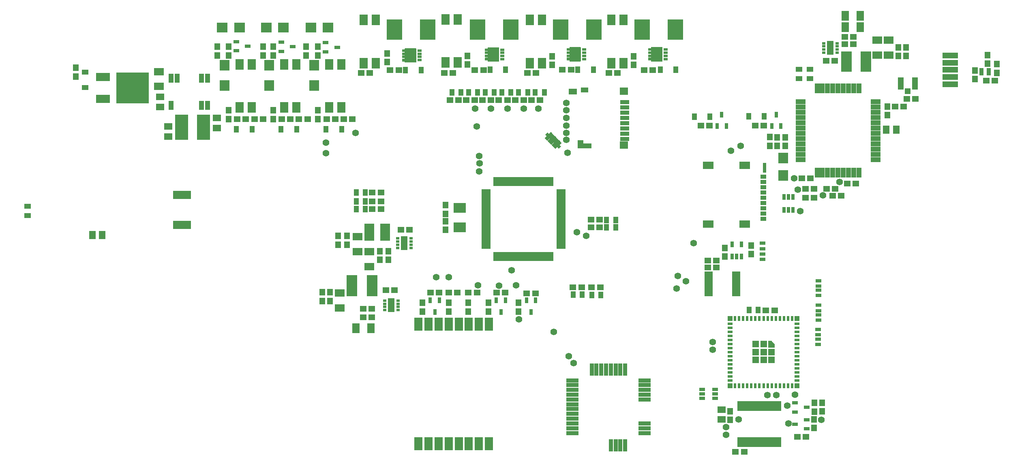
<source format=gtp>
G04*
G04 #@! TF.GenerationSoftware,Altium Limited,Altium Designer,23.0.1 (38)*
G04*
G04 Layer_Color=8421504*
%FSLAX44Y44*%
%MOMM*%
G71*
G04*
G04 #@! TF.SameCoordinates,7681B053-B415-4EDE-A76C-09C314C6D952*
G04*
G04*
G04 #@! TF.FilePolarity,Positive*
G04*
G01*
G75*
%ADD25R,1.8540X0.5540*%
%ADD26R,0.5540X1.8540*%
%ADD27R,0.6540X2.0040*%
%ADD28R,1.3540X1.3040*%
%ADD29R,2.5040X0.9040*%
%ADD30R,0.9040X2.5040*%
%ADD31R,1.0040X2.0040*%
%ADD32R,2.0040X1.0040*%
%ADD33C,1.4040*%
%ADD34R,1.7540X1.2040*%
%ADD35R,1.2040X1.7540*%
%ADD36R,1.7040X1.0040*%
%ADD37R,1.7040X1.5040*%
%ADD38R,1.9540X0.9040*%
%ADD39R,1.6040X1.0040*%
%ADD40R,1.8040X2.2040*%
%ADD41R,2.2040X1.5540*%
%ADD42R,0.7040X2.0940*%
%ADD43R,1.1540X0.8740*%
%ADD44R,3.2040X1.2040*%
%ADD45R,3.2040X4.2040*%
%ADD46R,1.1140X1.4240*%
%ADD47R,0.8040X1.2040*%
G04:AMPARAMS|DCode=48|XSize=0.404mm|YSize=0.654mm|CornerRadius=0mm|HoleSize=0mm|Usage=FLASHONLY|Rotation=315.000|XOffset=0mm|YOffset=0mm|HoleType=Round|Shape=Rectangle|*
%AMROTATEDRECTD48*
4,1,4,-0.3741,-0.0884,0.0884,0.3741,0.3741,0.0884,-0.0884,-0.3741,-0.3741,-0.0884,0.0*
%
%ADD48ROTATEDRECTD48*%

G04:AMPARAMS|DCode=49|XSize=3.004mm|YSize=0.504mm|CornerRadius=0mm|HoleSize=0mm|Usage=FLASHONLY|Rotation=315.000|XOffset=0mm|YOffset=0mm|HoleType=Round|Shape=Rectangle|*
%AMROTATEDRECTD49*
4,1,4,-1.2403,0.8839,-0.8839,1.2403,1.2403,-0.8839,0.8839,-1.2403,-1.2403,0.8839,0.0*
%
%ADD49ROTATEDRECTD49*%

G04:AMPARAMS|DCode=50|XSize=0.504mm|YSize=0.654mm|CornerRadius=0mm|HoleSize=0mm|Usage=FLASHONLY|Rotation=315.000|XOffset=0mm|YOffset=0mm|HoleType=Round|Shape=Rectangle|*
%AMROTATEDRECTD50*
4,1,4,-0.4094,-0.0530,0.0530,0.4094,0.4094,0.0530,-0.0530,-0.4094,-0.4094,-0.0530,0.0*
%
%ADD50ROTATEDRECTD50*%

%ADD51R,1.0040X1.4040*%
%ADD52R,1.3040X1.3540*%
%ADD53R,2.6040X2.1040*%
%ADD54R,2.0040X1.5540*%
%ADD55R,2.0040X3.6040*%
%ADD56R,1.4540X2.9040*%
%ADD57R,0.7040X0.6040*%
%ADD58R,2.2040X4.4040*%
%ADD59R,1.5540X2.0040*%
%ADD60R,1.7040X2.7040*%
%ADD61R,1.2040X0.8040*%
%ADD62R,1.7540X1.4040*%
%ADD63R,1.2040X0.7840*%
%ADD64R,1.0040X0.6040*%
%ADD65R,0.6040X1.0040*%
%ADD66R,1.0040X1.0040*%
%ADD67R,1.0040X1.0040*%
%ADD68R,1.4040X1.4040*%
%ADD69R,1.4040X1.4040*%
%ADD70R,1.7040X0.6540*%
%ADD71R,0.8040X1.3040*%
%ADD72R,1.4040X1.7540*%
%ADD73R,0.8740X0.5040*%
%ADD74R,1.2040X1.2540*%
%ADD75R,1.2540X2.6040*%
%ADD76R,1.4040X1.0040*%
%ADD77R,2.2040X4.2040*%
%ADD78R,2.0040X2.3040*%
%ADD79R,0.9040X0.6040*%
%ADD80R,2.7040X5.3040*%
%ADD81R,3.7040X1.6540*%
%ADD82R,1.0040X1.9040*%
%ADD83R,1.4240X1.1140*%
%ADD84R,3.0040X1.7040*%
%ADD85R,6.8040X6.5040*%
%ADD86R,2.3040X2.0040*%
G36*
X855133Y870013D02*
X855265Y869987D01*
X855391Y869944D01*
X855511Y869885D01*
X855622Y869811D01*
X855723Y869723D01*
X855811Y869622D01*
X855885Y869511D01*
X855944Y869391D01*
X855987Y869265D01*
X856013Y869133D01*
X856022Y869000D01*
Y841000D01*
X856013Y840867D01*
X855987Y840735D01*
X855944Y840609D01*
X855885Y840489D01*
X855811Y840378D01*
X855723Y840277D01*
X855622Y840189D01*
X855511Y840115D01*
X855391Y840056D01*
X855265Y840013D01*
X855133Y839987D01*
X855000Y839978D01*
X833000D01*
X832867Y839987D01*
X832735Y840013D01*
X832609Y840056D01*
X832489Y840115D01*
X832378Y840189D01*
X832277Y840277D01*
X832189Y840378D01*
X832115Y840489D01*
X832056Y840609D01*
X832013Y840735D01*
X831987Y840867D01*
X831978Y841000D01*
Y842228D01*
X827500D01*
X827367Y842237D01*
X827235Y842263D01*
X827109Y842306D01*
X826989Y842365D01*
X826878Y842439D01*
X826777Y842527D01*
X826689Y842628D01*
X826615Y842739D01*
X826556Y842859D01*
X826513Y842985D01*
X826487Y843117D01*
X826478Y843250D01*
Y847250D01*
X826487Y847383D01*
X826513Y847515D01*
X826556Y847641D01*
X826615Y847761D01*
X826689Y847872D01*
X826777Y847973D01*
X826878Y848061D01*
X826989Y848135D01*
X827109Y848194D01*
X827235Y848237D01*
X827367Y848263D01*
X827500Y848272D01*
X831978D01*
Y869000D01*
X831987Y869133D01*
X832013Y869265D01*
X832056Y869391D01*
X832115Y869511D01*
X832189Y869622D01*
X832277Y869723D01*
X832378Y869811D01*
X832489Y869885D01*
X832609Y869944D01*
X832735Y869987D01*
X832867Y870013D01*
X833000Y870022D01*
X855000D01*
X855133Y870013D01*
D02*
G37*
G36*
X1028133Y872013D02*
X1028265Y871987D01*
X1028391Y871944D01*
X1028511Y871885D01*
X1028622Y871811D01*
X1028723Y871723D01*
X1028811Y871622D01*
X1028885Y871511D01*
X1028944Y871391D01*
X1028987Y871265D01*
X1029013Y871133D01*
X1029022Y871000D01*
Y843000D01*
X1029013Y842867D01*
X1028987Y842735D01*
X1028944Y842609D01*
X1028885Y842489D01*
X1028811Y842378D01*
X1028723Y842277D01*
X1028622Y842189D01*
X1028511Y842115D01*
X1028391Y842056D01*
X1028265Y842013D01*
X1028133Y841987D01*
X1028000Y841978D01*
X1006000D01*
X1005867Y841987D01*
X1005735Y842013D01*
X1005609Y842056D01*
X1005489Y842115D01*
X1005378Y842189D01*
X1005277Y842277D01*
X1005189Y842378D01*
X1005115Y842489D01*
X1005056Y842609D01*
X1005013Y842735D01*
X1004987Y842867D01*
X1004978Y843000D01*
Y844228D01*
X1000500D01*
X1000367Y844237D01*
X1000235Y844263D01*
X1000109Y844306D01*
X999989Y844365D01*
X999878Y844439D01*
X999777Y844527D01*
X999689Y844628D01*
X999615Y844739D01*
X999556Y844859D01*
X999513Y844985D01*
X999487Y845117D01*
X999478Y845250D01*
Y849250D01*
X999487Y849383D01*
X999513Y849515D01*
X999556Y849641D01*
X999615Y849761D01*
X999689Y849872D01*
X999777Y849973D01*
X999878Y850061D01*
X999989Y850135D01*
X1000109Y850194D01*
X1000235Y850237D01*
X1000367Y850263D01*
X1000500Y850272D01*
X1004978D01*
Y871000D01*
X1004987Y871133D01*
X1005013Y871265D01*
X1005056Y871391D01*
X1005115Y871511D01*
X1005189Y871622D01*
X1005277Y871723D01*
X1005378Y871811D01*
X1005489Y871885D01*
X1005609Y871944D01*
X1005735Y871987D01*
X1005867Y872013D01*
X1006000Y872022D01*
X1028000D01*
X1028133Y872013D01*
D02*
G37*
G36*
X1369383Y872263D02*
X1369515Y872237D01*
X1369641Y872194D01*
X1369761Y872135D01*
X1369872Y872061D01*
X1369973Y871973D01*
X1370061Y871872D01*
X1370135Y871761D01*
X1370194Y871641D01*
X1370237Y871515D01*
X1370264Y871383D01*
X1370272Y871250D01*
Y843250D01*
X1370264Y843117D01*
X1370237Y842985D01*
X1370194Y842859D01*
X1370135Y842739D01*
X1370061Y842628D01*
X1369973Y842527D01*
X1369872Y842439D01*
X1369761Y842365D01*
X1369641Y842306D01*
X1369515Y842263D01*
X1369383Y842237D01*
X1369250Y842228D01*
X1347250D01*
X1347117Y842237D01*
X1346985Y842263D01*
X1346859Y842306D01*
X1346739Y842365D01*
X1346628Y842439D01*
X1346527Y842527D01*
X1346439Y842628D01*
X1346365Y842739D01*
X1346306Y842859D01*
X1346263Y842985D01*
X1346237Y843117D01*
X1346228Y843250D01*
Y844478D01*
X1341750D01*
X1341617Y844487D01*
X1341485Y844513D01*
X1341359Y844556D01*
X1341239Y844615D01*
X1341128Y844689D01*
X1341027Y844777D01*
X1340939Y844878D01*
X1340865Y844989D01*
X1340806Y845109D01*
X1340763Y845235D01*
X1340737Y845367D01*
X1340728Y845500D01*
Y849500D01*
X1340737Y849633D01*
X1340763Y849765D01*
X1340806Y849891D01*
X1340865Y850011D01*
X1340939Y850122D01*
X1341027Y850223D01*
X1341128Y850311D01*
X1341239Y850385D01*
X1341359Y850444D01*
X1341485Y850487D01*
X1341617Y850513D01*
X1341750Y850522D01*
X1346228D01*
Y871250D01*
X1346237Y871383D01*
X1346263Y871515D01*
X1346306Y871641D01*
X1346365Y871761D01*
X1346439Y871872D01*
X1346527Y871973D01*
X1346628Y872061D01*
X1346739Y872135D01*
X1346859Y872194D01*
X1346985Y872237D01*
X1347117Y872263D01*
X1347250Y872272D01*
X1369250D01*
X1369383Y872263D01*
D02*
G37*
G36*
X1199133Y872263D02*
X1199265Y872237D01*
X1199391Y872194D01*
X1199511Y872135D01*
X1199622Y872061D01*
X1199723Y871973D01*
X1199811Y871872D01*
X1199885Y871761D01*
X1199944Y871641D01*
X1199987Y871515D01*
X1200013Y871383D01*
X1200022Y871250D01*
Y843250D01*
X1200013Y843117D01*
X1199987Y842985D01*
X1199944Y842859D01*
X1199885Y842739D01*
X1199811Y842628D01*
X1199723Y842527D01*
X1199622Y842439D01*
X1199511Y842365D01*
X1199391Y842306D01*
X1199265Y842263D01*
X1199133Y842236D01*
X1199000Y842228D01*
X1177000D01*
X1176867Y842236D01*
X1176735Y842263D01*
X1176609Y842306D01*
X1176489Y842365D01*
X1176378Y842439D01*
X1176277Y842527D01*
X1176189Y842628D01*
X1176115Y842739D01*
X1176056Y842859D01*
X1176013Y842985D01*
X1175986Y843117D01*
X1175978Y843250D01*
Y844478D01*
X1171500D01*
X1171367Y844486D01*
X1171235Y844513D01*
X1171109Y844556D01*
X1170989Y844615D01*
X1170878Y844689D01*
X1170777Y844777D01*
X1170689Y844878D01*
X1170615Y844989D01*
X1170556Y845109D01*
X1170513Y845235D01*
X1170487Y845367D01*
X1170478Y845500D01*
Y849500D01*
X1170487Y849633D01*
X1170513Y849764D01*
X1170556Y849891D01*
X1170615Y850011D01*
X1170689Y850122D01*
X1170777Y850223D01*
X1170878Y850311D01*
X1170989Y850385D01*
X1171109Y850444D01*
X1171235Y850487D01*
X1171367Y850513D01*
X1171500Y850522D01*
X1175978D01*
Y871250D01*
X1175986Y871383D01*
X1176013Y871515D01*
X1176056Y871641D01*
X1176115Y871761D01*
X1176189Y871872D01*
X1176277Y871973D01*
X1176378Y872061D01*
X1176489Y872135D01*
X1176609Y872194D01*
X1176735Y872237D01*
X1176867Y872263D01*
X1177000Y872272D01*
X1199000D01*
X1199133Y872263D01*
D02*
G37*
G36*
X1598134Y258513D02*
X1598265Y258487D01*
X1598359Y258455D01*
X1598391Y258444D01*
X1598511Y258385D01*
X1598622Y258311D01*
X1598723Y258223D01*
X1604723Y252223D01*
X1604811Y252122D01*
X1604885Y252011D01*
X1604944Y251891D01*
X1604966Y251828D01*
X1604987Y251765D01*
X1605013Y251633D01*
X1605022Y251500D01*
Y245500D01*
X1605013Y245366D01*
X1604987Y245235D01*
X1604944Y245109D01*
X1604885Y244989D01*
X1604811Y244878D01*
X1604723Y244777D01*
X1604622Y244689D01*
X1604511Y244615D01*
X1604391Y244556D01*
X1604265Y244513D01*
X1604133Y244487D01*
X1604000Y244478D01*
X1592000D01*
X1591867Y244487D01*
X1591736Y244513D01*
X1591609Y244556D01*
X1591489Y244615D01*
X1591378Y244689D01*
X1591277Y244777D01*
X1591189Y244878D01*
X1591115Y244989D01*
X1591056Y245109D01*
X1591013Y245235D01*
X1590987Y245366D01*
X1590978Y245500D01*
Y257500D01*
X1590987Y257633D01*
X1591013Y257764D01*
X1591056Y257891D01*
X1591115Y258011D01*
X1591189Y258122D01*
X1591277Y258223D01*
X1591378Y258311D01*
X1591489Y258385D01*
X1591609Y258444D01*
X1591736Y258487D01*
X1591867Y258513D01*
X1592000Y258522D01*
X1598000D01*
X1598134Y258513D01*
D02*
G37*
D25*
X1001750Y573000D02*
D03*
Y568000D02*
D03*
Y563000D02*
D03*
Y558000D02*
D03*
Y553000D02*
D03*
Y548000D02*
D03*
Y543000D02*
D03*
Y538000D02*
D03*
Y533000D02*
D03*
Y528000D02*
D03*
Y523000D02*
D03*
Y518000D02*
D03*
Y513000D02*
D03*
Y508000D02*
D03*
Y503000D02*
D03*
Y498000D02*
D03*
Y493000D02*
D03*
Y488000D02*
D03*
Y483000D02*
D03*
Y478000D02*
D03*
Y473000D02*
D03*
Y468000D02*
D03*
Y463000D02*
D03*
Y458000D02*
D03*
Y453000D02*
D03*
X1158250D02*
D03*
Y458000D02*
D03*
Y463000D02*
D03*
Y468000D02*
D03*
Y473000D02*
D03*
Y478000D02*
D03*
Y483000D02*
D03*
Y488000D02*
D03*
Y493000D02*
D03*
Y498000D02*
D03*
Y503000D02*
D03*
Y508000D02*
D03*
Y513000D02*
D03*
Y518000D02*
D03*
Y523000D02*
D03*
Y528000D02*
D03*
Y533000D02*
D03*
Y538000D02*
D03*
Y543000D02*
D03*
Y548000D02*
D03*
Y553000D02*
D03*
Y558000D02*
D03*
Y563000D02*
D03*
Y568000D02*
D03*
Y573000D02*
D03*
D26*
X1020000Y434750D02*
D03*
X1025000D02*
D03*
X1030000D02*
D03*
X1035000D02*
D03*
X1040000D02*
D03*
X1045000D02*
D03*
X1050000D02*
D03*
X1055000D02*
D03*
X1060000D02*
D03*
X1065000D02*
D03*
X1070000D02*
D03*
X1075000D02*
D03*
X1080000D02*
D03*
X1085000D02*
D03*
X1090000D02*
D03*
X1095000D02*
D03*
X1100000D02*
D03*
X1105000D02*
D03*
X1110000D02*
D03*
X1115000D02*
D03*
X1120000D02*
D03*
X1125000D02*
D03*
X1130000D02*
D03*
X1135000D02*
D03*
X1140000D02*
D03*
Y591250D02*
D03*
X1135000D02*
D03*
X1130000D02*
D03*
X1125000D02*
D03*
X1120000D02*
D03*
X1115000D02*
D03*
X1110000D02*
D03*
X1105000D02*
D03*
X1100000D02*
D03*
X1095000D02*
D03*
X1090000D02*
D03*
X1085000D02*
D03*
X1080000D02*
D03*
X1075000D02*
D03*
X1070000D02*
D03*
X1065000D02*
D03*
X1060000D02*
D03*
X1055000D02*
D03*
X1050000D02*
D03*
X1045000D02*
D03*
X1040000D02*
D03*
X1035000D02*
D03*
X1030000D02*
D03*
X1025000D02*
D03*
X1020000D02*
D03*
D27*
X1530250Y46750D02*
D03*
X1536750D02*
D03*
X1543250D02*
D03*
X1549750D02*
D03*
X1556250D02*
D03*
X1562750D02*
D03*
X1569250D02*
D03*
X1575750D02*
D03*
X1582250D02*
D03*
X1588750D02*
D03*
X1595250D02*
D03*
X1601750D02*
D03*
X1608250D02*
D03*
X1614750D02*
D03*
X1530250Y122750D02*
D03*
X1536750D02*
D03*
X1543250D02*
D03*
X1549750D02*
D03*
X1556250D02*
D03*
X1562750D02*
D03*
X1569250D02*
D03*
X1575750D02*
D03*
X1582250D02*
D03*
X1588750D02*
D03*
X1595250D02*
D03*
X1601750D02*
D03*
X1608250D02*
D03*
X1614750D02*
D03*
D28*
X1222451Y370000D02*
D03*
X1240451D02*
D03*
X1725750Y561500D02*
D03*
X1743750D02*
D03*
X1239250Y511500D02*
D03*
X1221250D02*
D03*
X1239250Y496000D02*
D03*
X1221250D02*
D03*
X782250Y568250D02*
D03*
X764250D02*
D03*
X782250Y550250D02*
D03*
X764250D02*
D03*
Y533500D02*
D03*
X782250D02*
D03*
X824247Y490693D02*
D03*
X842247D02*
D03*
X763000Y307500D02*
D03*
X745000D02*
D03*
X763000Y325500D02*
D03*
X745000D02*
D03*
X811000Y364500D02*
D03*
X793000D02*
D03*
X886000Y359000D02*
D03*
X904000D02*
D03*
X942000D02*
D03*
X924000D02*
D03*
X983000Y359000D02*
D03*
X965000D02*
D03*
X1201500Y370000D02*
D03*
X1183500D02*
D03*
X1541000Y26750D02*
D03*
X1523000D02*
D03*
X1652250Y58250D02*
D03*
X1670250D02*
D03*
X1604500Y322500D02*
D03*
X1586500D02*
D03*
X1482750Y412000D02*
D03*
X1464750D02*
D03*
X1482750Y426250D02*
D03*
X1464750D02*
D03*
X1730750Y576500D02*
D03*
X1712750D02*
D03*
X1774500Y587250D02*
D03*
X1756500D02*
D03*
X1856000Y748000D02*
D03*
X1874000D02*
D03*
X1898500Y764250D02*
D03*
X1880500D02*
D03*
X2046750Y802250D02*
D03*
X2064750D02*
D03*
X1730000Y844000D02*
D03*
X1712000D02*
D03*
X1769000Y878000D02*
D03*
X1751000D02*
D03*
X1769000Y894000D02*
D03*
X1751000D02*
D03*
X1668750Y557750D02*
D03*
X1686750D02*
D03*
X1668750Y576000D02*
D03*
X1686750D02*
D03*
X1661250Y598000D02*
D03*
X1679250D02*
D03*
X1582250Y708250D02*
D03*
X1564250D02*
D03*
X1468500Y708000D02*
D03*
X1450500D02*
D03*
X1350250Y824500D02*
D03*
X1332250D02*
D03*
X1276250Y818250D02*
D03*
X1258250D02*
D03*
X1179500Y824750D02*
D03*
X1161500D02*
D03*
X996500Y824500D02*
D03*
X978500D02*
D03*
X1106250Y818250D02*
D03*
X1088250D02*
D03*
X1114500Y761250D02*
D03*
X1096500D02*
D03*
X1080500Y761250D02*
D03*
X1062500D02*
D03*
X1046500D02*
D03*
X1028500D02*
D03*
X1012500D02*
D03*
X994500D02*
D03*
X978500D02*
D03*
X960500D02*
D03*
X944500D02*
D03*
X926500D02*
D03*
X932600Y818250D02*
D03*
X914600D02*
D03*
X801500Y824000D02*
D03*
X819500D02*
D03*
X741000Y818250D02*
D03*
X759000D02*
D03*
X518100Y722000D02*
D03*
X536100D02*
D03*
X482100Y722000D02*
D03*
X500100D02*
D03*
X575100Y722000D02*
D03*
X593100D02*
D03*
X668800Y722000D02*
D03*
X686800D02*
D03*
X611100Y722000D02*
D03*
X629100D02*
D03*
X704800Y722000D02*
D03*
X722800D02*
D03*
X1087000Y358000D02*
D03*
X1105000D02*
D03*
X1024000Y359000D02*
D03*
X1042000D02*
D03*
D29*
X1333052Y166000D02*
D03*
Y156000D02*
D03*
Y146000D02*
D03*
Y176000D02*
D03*
Y86000D02*
D03*
Y76000D02*
D03*
Y66000D02*
D03*
Y136000D02*
D03*
X1182052Y176000D02*
D03*
Y166000D02*
D03*
Y156000D02*
D03*
Y146000D02*
D03*
Y136000D02*
D03*
Y126000D02*
D03*
Y116000D02*
D03*
Y106000D02*
D03*
Y96000D02*
D03*
Y86000D02*
D03*
Y76000D02*
D03*
Y66000D02*
D03*
D30*
X1292552Y40500D02*
D03*
X1282552D02*
D03*
X1272552D02*
D03*
X1262552D02*
D03*
X1272552Y198500D02*
D03*
X1262552D02*
D03*
X1252552D02*
D03*
X1242552D02*
D03*
X1232552D02*
D03*
X1222552D02*
D03*
X1282552D02*
D03*
X1292552D02*
D03*
D31*
X1726250Y786000D02*
D03*
X1715250D02*
D03*
X1704250D02*
D03*
X1693250D02*
D03*
X1770250D02*
D03*
X1759250D02*
D03*
X1748250D02*
D03*
X1737250D02*
D03*
X1781250D02*
D03*
X1726250Y610000D02*
D03*
X1715250D02*
D03*
X1704250D02*
D03*
X1693250D02*
D03*
X1770250D02*
D03*
X1759250D02*
D03*
X1748250D02*
D03*
X1737250D02*
D03*
X1781250D02*
D03*
D32*
X1815750Y758500D02*
D03*
Y747500D02*
D03*
Y736500D02*
D03*
Y725500D02*
D03*
Y714500D02*
D03*
Y703500D02*
D03*
Y692500D02*
D03*
Y681500D02*
D03*
Y670500D02*
D03*
Y659500D02*
D03*
Y648500D02*
D03*
Y637500D02*
D03*
X1658750Y758500D02*
D03*
Y747500D02*
D03*
Y736500D02*
D03*
Y725500D02*
D03*
Y714500D02*
D03*
Y703500D02*
D03*
Y692500D02*
D03*
Y681500D02*
D03*
Y670500D02*
D03*
Y659500D02*
D03*
Y648500D02*
D03*
Y637500D02*
D03*
D33*
X1055500Y406250D02*
D03*
X1172500Y651750D02*
D03*
X1169500Y740000D02*
D03*
Y678500D02*
D03*
Y756000D02*
D03*
X987750Y644850D02*
D03*
X667750Y672250D02*
D03*
X729500Y692750D02*
D03*
X667750Y650250D02*
D03*
X1111373Y743750D02*
D03*
X1081000Y743750D02*
D03*
X1046500Y743750D02*
D03*
X1012500Y743750D02*
D03*
X978750Y743750D02*
D03*
X982250Y706500D02*
D03*
X1143000Y277000D02*
D03*
X988000Y629750D02*
D03*
X1169500Y724000D02*
D03*
X987750Y612250D02*
D03*
X1169500Y708500D02*
D03*
Y693250D02*
D03*
X1400250Y367750D02*
D03*
X1419500Y383250D02*
D03*
X1435250Y462500D02*
D03*
X1402000Y394250D02*
D03*
X1633500Y86000D02*
D03*
X1646750Y146250D02*
D03*
X1631250Y123000D02*
D03*
X1475000Y239750D02*
D03*
X1529250Y94500D02*
D03*
X1475000Y256000D02*
D03*
X1502750Y78000D02*
D03*
X1502750Y62250D02*
D03*
X1702250Y93250D02*
D03*
X1608500Y145000D02*
D03*
X1589750Y145250D02*
D03*
X1174750Y226500D02*
D03*
X1185000Y211750D02*
D03*
X897500Y391500D02*
D03*
X924000Y391500D02*
D03*
X1070250Y303500D02*
D03*
X985000Y375000D02*
D03*
X1064750Y374500D02*
D03*
X1029000Y374000D02*
D03*
X1513750Y656000D02*
D03*
X1533750Y665500D02*
D03*
X1211000Y478000D02*
D03*
X1191250Y485500D02*
D03*
X1645500Y598500D02*
D03*
X1653000Y574750D02*
D03*
X1705250Y562500D02*
D03*
X1740500Y590500D02*
D03*
X1658500Y529500D02*
D03*
D34*
X1183250Y779000D02*
D03*
D35*
X1199000Y669250D02*
D03*
D36*
X1214000Y665500D02*
D03*
D37*
X1290000Y780500D02*
D03*
Y668000D02*
D03*
D38*
X1291250Y757000D02*
D03*
Y746000D02*
D03*
Y735000D02*
D03*
Y724000D02*
D03*
Y713000D02*
D03*
Y702000D02*
D03*
Y691000D02*
D03*
Y680000D02*
D03*
D39*
X1207500Y783000D02*
D03*
D40*
X487300Y746000D02*
D03*
X512700D02*
D03*
X487300Y836000D02*
D03*
X512700D02*
D03*
X580300Y746000D02*
D03*
X605700D02*
D03*
X580300Y836000D02*
D03*
X605700D02*
D03*
X1289200Y929000D02*
D03*
X1263800D02*
D03*
X1289200Y839000D02*
D03*
X1263800D02*
D03*
X1119200Y929000D02*
D03*
X1093800D02*
D03*
X1119200Y839000D02*
D03*
X1093800D02*
D03*
X942700Y930000D02*
D03*
X917300D02*
D03*
X942700Y840000D02*
D03*
X917300D02*
D03*
X746550Y839000D02*
D03*
X771950D02*
D03*
X746550Y929000D02*
D03*
X771950D02*
D03*
X699400Y836000D02*
D03*
X674000D02*
D03*
X699400Y746000D02*
D03*
X674000D02*
D03*
D41*
X1542480Y625100D02*
D03*
X1542476Y502500D02*
D03*
X1465976Y625100D02*
D03*
Y502500D02*
D03*
D42*
X1583500Y619950D02*
D03*
D43*
X1581250Y524500D02*
D03*
Y513500D02*
D03*
Y535500D02*
D03*
Y546500D02*
D03*
Y557500D02*
D03*
Y568500D02*
D03*
Y579500D02*
D03*
Y590500D02*
D03*
Y601500D02*
D03*
D44*
X1971250Y794750D02*
D03*
X1971250Y824750D02*
D03*
Y809750D02*
D03*
Y854750D02*
D03*
Y839750D02*
D03*
D45*
X1053850Y909250D02*
D03*
X983850D02*
D03*
X1397500D02*
D03*
X1327500D02*
D03*
X1227500Y909250D02*
D03*
X1157500D02*
D03*
X810250D02*
D03*
X880250D02*
D03*
D46*
X1583000Y727500D02*
D03*
X1550300D02*
D03*
X1469600Y727250D02*
D03*
X1436900D02*
D03*
X1365650Y825000D02*
D03*
X1398350D02*
D03*
X1193650D02*
D03*
X1226350D02*
D03*
X1010000D02*
D03*
X1042700D02*
D03*
X866450Y824500D02*
D03*
X833750D02*
D03*
X667450Y701000D02*
D03*
X700150D02*
D03*
X573750Y701000D02*
D03*
X606450D02*
D03*
X480750D02*
D03*
X513450D02*
D03*
D47*
X1598750Y707000D02*
D03*
X1617750D02*
D03*
X1608250Y731000D02*
D03*
X895000Y319000D02*
D03*
X885500Y343000D02*
D03*
X904500D02*
D03*
X1105500D02*
D03*
X1086500D02*
D03*
X1096000Y319000D02*
D03*
X1042500Y343000D02*
D03*
X1023500D02*
D03*
X1033000Y319000D02*
D03*
X1624250Y559500D02*
D03*
X1633750Y559500D02*
D03*
X1643250D02*
D03*
Y532000D02*
D03*
X1633750D02*
D03*
X1624250D02*
D03*
X1494250Y731500D02*
D03*
X1503750Y707500D02*
D03*
X1484750D02*
D03*
D48*
X1136318Y690945D02*
D03*
X1139146Y688117D02*
D03*
X1141975Y685289D02*
D03*
X1144803Y682460D02*
D03*
X1147632Y679632D02*
D03*
X1150460Y676803D02*
D03*
X1153289Y673975D02*
D03*
X1156117Y671146D02*
D03*
X1128186Y682814D02*
D03*
X1131015Y679985D02*
D03*
X1133843Y677157D02*
D03*
X1136672Y674328D02*
D03*
X1139500Y671500D02*
D03*
X1142328Y668672D02*
D03*
X1145157Y665843D02*
D03*
X1147985Y663015D02*
D03*
D49*
X1142152Y676980D02*
D03*
D50*
X1129777Y689354D02*
D03*
X1154526Y664606D02*
D03*
D51*
X1253756Y511319D02*
D03*
X1272756D02*
D03*
X1253750Y496000D02*
D03*
X1272750D02*
D03*
X730750Y533500D02*
D03*
X749750D02*
D03*
X730750Y550250D02*
D03*
X749750D02*
D03*
X730750Y568250D02*
D03*
X749750D02*
D03*
X1241768Y354720D02*
D03*
X1222768D02*
D03*
X1203000Y354750D02*
D03*
X1184000D02*
D03*
X1570250Y323000D02*
D03*
X1551250D02*
D03*
X1019250Y777250D02*
D03*
X1000250D02*
D03*
X1054000Y777250D02*
D03*
X1035000D02*
D03*
X1088750Y777250D02*
D03*
X1069750D02*
D03*
X1123500Y777500D02*
D03*
X1104500D02*
D03*
X984500Y777250D02*
D03*
X965500D02*
D03*
X949750Y777250D02*
D03*
X930750D02*
D03*
D52*
X917250Y508250D02*
D03*
Y490250D02*
D03*
X917250Y542000D02*
D03*
Y524000D02*
D03*
X711247Y459693D02*
D03*
Y477693D02*
D03*
X693247Y459693D02*
D03*
Y477693D02*
D03*
X798247Y427693D02*
D03*
Y445693D02*
D03*
X780247Y427693D02*
D03*
Y445693D02*
D03*
X676000Y360000D02*
D03*
Y342000D02*
D03*
X660000Y360000D02*
D03*
Y342000D02*
D03*
X869000Y320000D02*
D03*
Y338000D02*
D03*
X924000D02*
D03*
Y320000D02*
D03*
X965000Y338000D02*
D03*
Y320000D02*
D03*
X1511250Y111500D02*
D03*
Y93500D02*
D03*
X1687250Y94750D02*
D03*
Y76750D02*
D03*
X1687500Y110750D02*
D03*
Y128750D02*
D03*
X1703500Y129000D02*
D03*
Y111000D02*
D03*
X1500750Y452750D02*
D03*
Y434750D02*
D03*
X1555500Y457500D02*
D03*
Y439500D02*
D03*
X1839750Y730000D02*
D03*
Y748000D02*
D03*
X2023000Y805250D02*
D03*
Y823250D02*
D03*
X2068500Y836500D02*
D03*
Y818500D02*
D03*
X2049286Y855464D02*
D03*
Y837464D02*
D03*
X1863000Y872000D02*
D03*
Y854000D02*
D03*
X1879000Y872000D02*
D03*
Y854000D02*
D03*
X1626500Y666000D02*
D03*
Y684000D02*
D03*
X1610000D02*
D03*
Y666000D02*
D03*
X1594250Y684250D02*
D03*
Y666250D02*
D03*
X1310000Y835000D02*
D03*
Y853000D02*
D03*
X1140000Y835000D02*
D03*
Y853000D02*
D03*
X963000Y836000D02*
D03*
Y854000D02*
D03*
X795000Y859000D02*
D03*
Y841000D02*
D03*
X441000Y855000D02*
D03*
Y873000D02*
D03*
X464100Y855000D02*
D03*
Y873000D02*
D03*
X557100Y855000D02*
D03*
Y873000D02*
D03*
X536000Y855000D02*
D03*
Y873000D02*
D03*
X626000Y855000D02*
D03*
Y873000D02*
D03*
X650800Y855000D02*
D03*
Y873000D02*
D03*
X464100Y722000D02*
D03*
Y740000D02*
D03*
X650800Y722000D02*
D03*
Y740000D02*
D03*
X557100Y722000D02*
D03*
Y740000D02*
D03*
X145000Y829000D02*
D03*
Y811000D02*
D03*
X1070000Y320000D02*
D03*
Y338000D02*
D03*
X1007000Y320000D02*
D03*
Y338000D02*
D03*
D53*
X946750Y495750D02*
D03*
Y536750D02*
D03*
D54*
X733247Y476193D02*
D03*
Y445193D02*
D03*
X758000Y413500D02*
D03*
Y444500D02*
D03*
X696000Y327500D02*
D03*
Y358500D02*
D03*
X1843000Y855500D02*
D03*
Y886500D02*
D03*
X1819000Y855500D02*
D03*
Y886500D02*
D03*
X319000Y821000D02*
D03*
Y790000D02*
D03*
D55*
X790997Y485943D02*
D03*
X757997D02*
D03*
D56*
X831247Y462693D02*
D03*
X804000Y332750D02*
D03*
X1721000Y870750D02*
D03*
D57*
X817247Y452943D02*
D03*
Y459443D02*
D03*
Y465943D02*
D03*
Y472443D02*
D03*
X845247Y452943D02*
D03*
Y459443D02*
D03*
Y465943D02*
D03*
Y472443D02*
D03*
X818000Y342500D02*
D03*
Y336000D02*
D03*
Y329500D02*
D03*
Y323000D02*
D03*
X790000Y342500D02*
D03*
Y336000D02*
D03*
Y329500D02*
D03*
Y323000D02*
D03*
X1735000Y880500D02*
D03*
Y874000D02*
D03*
Y867500D02*
D03*
Y861000D02*
D03*
X1707000Y880500D02*
D03*
Y874000D02*
D03*
Y867500D02*
D03*
Y861000D02*
D03*
D58*
X764000Y373500D02*
D03*
X722000D02*
D03*
D59*
X730500Y284500D02*
D03*
X761500D02*
D03*
X1752500Y914000D02*
D03*
X1783500D02*
D03*
X1752500Y938000D02*
D03*
X1783500D02*
D03*
D60*
X860913Y293733D02*
D03*
X881913D02*
D03*
X902913D02*
D03*
X923913D02*
D03*
X944913D02*
D03*
X965913D02*
D03*
X986913D02*
D03*
X1007913D02*
D03*
Y43733D02*
D03*
X986913D02*
D03*
X965913D02*
D03*
X944913D02*
D03*
X923913D02*
D03*
X902913D02*
D03*
X881913D02*
D03*
X860913D02*
D03*
D61*
X1480500Y157000D02*
D03*
X1480500Y147500D02*
D03*
Y138000D02*
D03*
X1453000D02*
D03*
Y147500D02*
D03*
Y157000D02*
D03*
X1647500Y84250D02*
D03*
X1671500Y93750D02*
D03*
Y74750D02*
D03*
Y119500D02*
D03*
X1647500Y110000D02*
D03*
Y129000D02*
D03*
X480000Y883500D02*
D03*
Y864500D02*
D03*
X504000Y874000D02*
D03*
X574000Y882500D02*
D03*
Y863500D02*
D03*
X598000Y873000D02*
D03*
X667000Y881500D02*
D03*
Y862500D02*
D03*
X691000Y872000D02*
D03*
D62*
X1493500Y94000D02*
D03*
Y115000D02*
D03*
X338000Y706500D02*
D03*
Y685500D02*
D03*
X440000Y703500D02*
D03*
Y724500D02*
D03*
X321000Y768500D02*
D03*
Y747500D02*
D03*
D63*
X1695750Y262350D02*
D03*
Y251150D02*
D03*
Y271250D02*
D03*
Y282450D02*
D03*
X1696250Y364350D02*
D03*
Y353150D02*
D03*
Y372900D02*
D03*
Y384100D02*
D03*
Y312700D02*
D03*
Y301500D02*
D03*
Y321650D02*
D03*
Y332850D02*
D03*
X1579750Y451150D02*
D03*
Y462350D02*
D03*
Y440100D02*
D03*
Y428900D02*
D03*
D64*
X1651500Y277500D02*
D03*
Y269000D02*
D03*
Y260500D02*
D03*
Y252000D02*
D03*
Y243500D02*
D03*
Y235000D02*
D03*
Y226500D02*
D03*
Y218000D02*
D03*
Y209500D02*
D03*
Y201000D02*
D03*
Y192500D02*
D03*
Y184000D02*
D03*
Y286000D02*
D03*
Y175500D02*
D03*
Y294500D02*
D03*
X1511500Y192500D02*
D03*
Y201000D02*
D03*
Y209500D02*
D03*
Y218000D02*
D03*
Y226500D02*
D03*
Y235000D02*
D03*
Y243500D02*
D03*
Y252000D02*
D03*
Y260500D02*
D03*
Y269000D02*
D03*
Y277500D02*
D03*
Y286000D02*
D03*
Y184000D02*
D03*
Y294500D02*
D03*
Y175500D02*
D03*
D65*
X1624000Y165000D02*
D03*
X1615500D02*
D03*
X1607000D02*
D03*
X1598500D02*
D03*
X1590000D02*
D03*
X1581500D02*
D03*
X1573000D02*
D03*
X1564500D02*
D03*
X1556000D02*
D03*
X1547500D02*
D03*
X1539000D02*
D03*
X1530500D02*
D03*
X1632500D02*
D03*
X1522000D02*
D03*
X1641000D02*
D03*
X1624000Y305000D02*
D03*
X1615500D02*
D03*
X1607000D02*
D03*
X1598500D02*
D03*
X1590000D02*
D03*
X1581500D02*
D03*
X1573000D02*
D03*
X1564500D02*
D03*
X1556000D02*
D03*
X1547500D02*
D03*
X1539000D02*
D03*
X1530500D02*
D03*
X1632500D02*
D03*
X1522000D02*
D03*
X1641000D02*
D03*
D66*
X1511500Y165000D02*
D03*
X1651500Y305000D02*
D03*
D67*
Y165000D02*
D03*
X1511500Y305000D02*
D03*
D68*
X1598000Y218500D02*
D03*
X1565000Y235000D02*
D03*
Y251500D02*
D03*
X1598000Y235000D02*
D03*
X1581500D02*
D03*
D69*
X1565000Y218500D02*
D03*
X1581500D02*
D03*
Y251500D02*
D03*
D70*
X1524500Y380750D02*
D03*
Y387250D02*
D03*
Y393750D02*
D03*
Y400250D02*
D03*
Y354750D02*
D03*
Y361250D02*
D03*
Y367750D02*
D03*
Y374250D02*
D03*
X1466500Y354750D02*
D03*
Y361250D02*
D03*
Y367750D02*
D03*
Y374250D02*
D03*
Y380750D02*
D03*
Y387250D02*
D03*
Y393750D02*
D03*
Y400250D02*
D03*
D71*
X1535000Y460500D02*
D03*
X1516000D02*
D03*
X1535000Y434500D02*
D03*
X1525500D02*
D03*
X1516000D02*
D03*
D72*
X1837750Y700000D02*
D03*
X1858750D02*
D03*
X200500Y480000D02*
D03*
X179500D02*
D03*
D73*
X2051400Y815750D02*
D03*
Y820750D02*
D03*
Y825750D02*
D03*
X2036600Y815750D02*
D03*
Y820750D02*
D03*
Y825750D02*
D03*
D74*
X1882750Y780000D02*
D03*
D75*
X1868000Y796000D02*
D03*
X1897500D02*
D03*
D76*
X1655750Y825750D02*
D03*
Y806750D02*
D03*
X1678250Y825500D02*
D03*
Y806500D02*
D03*
X44750Y539500D02*
D03*
Y520500D02*
D03*
D77*
X1755000Y842000D02*
D03*
X1795000D02*
D03*
D78*
X1622750Y604500D02*
D03*
Y640500D02*
D03*
X642800Y792000D02*
D03*
Y834000D02*
D03*
X549100Y792000D02*
D03*
Y834000D02*
D03*
X456100Y792000D02*
D03*
Y834000D02*
D03*
D79*
X1377000Y867000D02*
D03*
Y860500D02*
D03*
Y854000D02*
D03*
Y847500D02*
D03*
X1345250Y867000D02*
D03*
Y860500D02*
D03*
Y854000D02*
D03*
X1206750Y867000D02*
D03*
Y860500D02*
D03*
Y854000D02*
D03*
Y847500D02*
D03*
X1175000Y867000D02*
D03*
Y860500D02*
D03*
Y854000D02*
D03*
X1035750Y866750D02*
D03*
Y860250D02*
D03*
Y853750D02*
D03*
Y847250D02*
D03*
X1004000Y866750D02*
D03*
Y860250D02*
D03*
Y853750D02*
D03*
X831000Y851750D02*
D03*
Y858250D02*
D03*
Y864750D02*
D03*
X862750Y845250D02*
D03*
Y851750D02*
D03*
Y858250D02*
D03*
Y864750D02*
D03*
D80*
X366000Y705000D02*
D03*
X412000D02*
D03*
D81*
X367000Y563500D02*
D03*
Y500500D02*
D03*
D82*
X420100Y807375D02*
D03*
X407400D02*
D03*
X343900Y750625D02*
D03*
Y807375D02*
D03*
X356600D02*
D03*
X420100Y750625D02*
D03*
X407400D02*
D03*
D83*
X165000Y787650D02*
D03*
Y820350D02*
D03*
D84*
X202000Y809860D02*
D03*
Y764140D02*
D03*
D85*
X264000Y787000D02*
D03*
D86*
X451000Y913000D02*
D03*
X487000D02*
D03*
X579000D02*
D03*
X543000D02*
D03*
X672000Y913000D02*
D03*
X636000D02*
D03*
M02*

</source>
